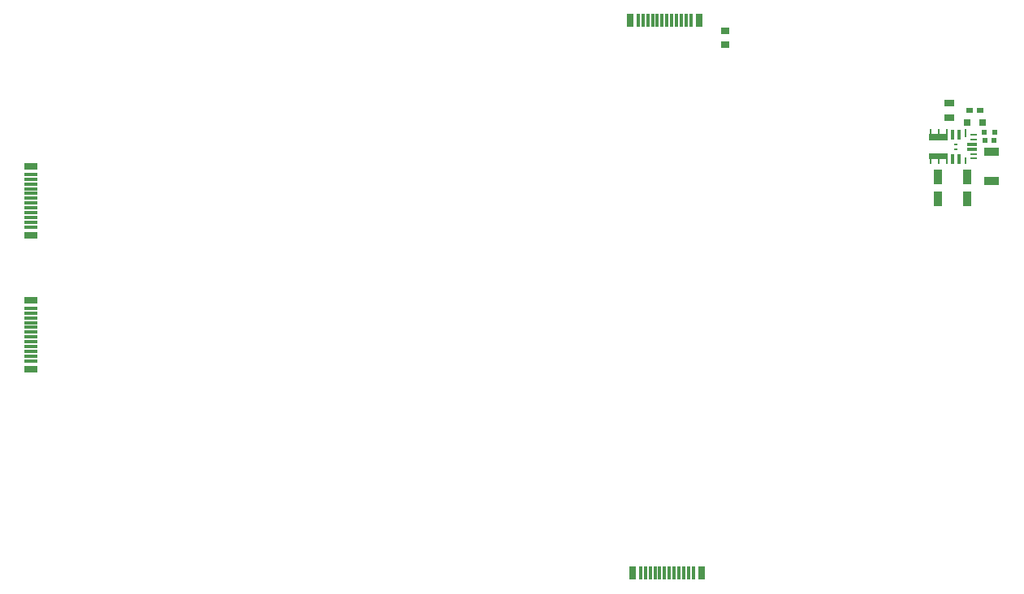
<source format=gbr>
G04 EAGLE Gerber RS-274X export*
G75*
%MOMM*%
%FSLAX34Y34*%
%LPD*%
%INSolderpaste Top*%
%IPPOS*%
%AMOC8*
5,1,8,0,0,1.08239X$1,22.5*%
G01*
%ADD10R,0.254000X0.812800*%
%ADD11R,0.304800X1.092200*%
%ADD12R,0.254000X0.508000*%
%ADD13R,0.254000X0.711200*%
%ADD14R,0.711200X0.254000*%
%ADD15R,1.092200X0.304800*%
%ADD16R,0.406400X0.254000*%
%ADD17R,0.855600X1.600000*%
%ADD18R,1.600000X0.855600*%
%ADD19R,0.660400X0.558800*%
%ADD20R,0.605600X0.500000*%
%ADD21R,0.508000X0.558800*%
%ADD22R,0.990600X0.711200*%
%ADD23R,0.755600X0.799997*%
%ADD24R,0.900000X0.650000*%
%ADD25R,1.400000X0.300000*%
%ADD26R,1.400000X0.700000*%
%ADD27R,0.300000X1.400000*%
%ADD28R,0.700000X1.400000*%

G36*
X1062472Y523055D02*
X1062472Y523055D01*
X1062474Y523054D01*
X1062517Y523074D01*
X1062561Y523092D01*
X1062561Y523094D01*
X1062563Y523095D01*
X1062596Y523180D01*
X1062596Y529020D01*
X1062595Y529022D01*
X1062596Y529024D01*
X1062576Y529067D01*
X1062558Y529111D01*
X1062556Y529111D01*
X1062555Y529113D01*
X1062470Y529146D01*
X1042930Y529146D01*
X1042928Y529145D01*
X1042926Y529146D01*
X1042883Y529126D01*
X1042839Y529108D01*
X1042839Y529106D01*
X1042837Y529105D01*
X1042804Y529020D01*
X1042804Y523180D01*
X1042805Y523178D01*
X1042804Y523176D01*
X1042824Y523133D01*
X1042842Y523089D01*
X1042844Y523089D01*
X1042845Y523087D01*
X1042930Y523054D01*
X1062470Y523054D01*
X1062472Y523055D01*
G37*
G36*
X1062472Y503055D02*
X1062472Y503055D01*
X1062474Y503054D01*
X1062517Y503074D01*
X1062561Y503092D01*
X1062561Y503094D01*
X1062563Y503095D01*
X1062596Y503180D01*
X1062596Y509020D01*
X1062595Y509022D01*
X1062596Y509024D01*
X1062576Y509067D01*
X1062558Y509111D01*
X1062556Y509111D01*
X1062555Y509113D01*
X1062470Y509146D01*
X1042930Y509146D01*
X1042928Y509145D01*
X1042926Y509146D01*
X1042883Y509126D01*
X1042839Y509108D01*
X1042839Y509106D01*
X1042837Y509105D01*
X1042804Y509020D01*
X1042804Y503180D01*
X1042805Y503178D01*
X1042804Y503176D01*
X1042824Y503133D01*
X1042842Y503089D01*
X1042844Y503089D01*
X1042845Y503087D01*
X1042930Y503054D01*
X1062470Y503054D01*
X1062472Y503055D01*
G37*
D10*
X1080700Y530040D03*
D11*
X1074200Y528640D03*
X1067700Y528640D03*
D12*
X1061200Y531560D03*
X1052700Y531560D03*
X1044200Y531560D03*
X1044200Y500640D03*
X1052700Y500640D03*
X1061200Y500640D03*
D11*
X1067700Y503560D03*
X1074200Y503560D03*
D13*
X1080700Y501660D03*
D14*
X1089640Y503600D03*
X1089640Y508600D03*
D15*
X1087740Y513600D03*
X1087740Y518600D03*
D14*
X1089640Y523600D03*
X1089640Y528600D03*
D16*
X1070950Y518600D03*
X1070950Y513600D03*
D17*
X1083018Y461490D03*
X1052462Y461490D03*
X1083018Y484350D03*
X1052462Y484350D03*
D18*
X1108380Y511058D03*
X1108380Y480502D03*
D19*
X1085139Y554200D03*
X1096061Y554200D03*
D20*
X1100312Y531340D03*
X1111368Y531340D03*
D21*
X1101141Y522450D03*
X1110539Y522450D03*
D22*
X1063930Y546707D03*
X1063930Y561693D03*
D23*
X1082822Y541500D03*
X1098378Y541500D03*
D24*
X830000Y637250D03*
X830000Y622750D03*
D25*
X106680Y487240D03*
X106680Y482240D03*
X106680Y477240D03*
X106680Y472240D03*
X106680Y467240D03*
X106680Y462240D03*
X106680Y457240D03*
X106680Y452240D03*
X106680Y447240D03*
X106680Y442240D03*
X106680Y437240D03*
X106680Y432240D03*
D26*
X106680Y495740D03*
X106680Y423740D03*
D25*
X106680Y347540D03*
X106680Y342540D03*
X106680Y337540D03*
X106680Y332540D03*
X106680Y327540D03*
X106680Y322540D03*
X106680Y317540D03*
X106680Y312540D03*
X106680Y307540D03*
X106680Y302540D03*
X106680Y297540D03*
X106680Y292540D03*
D26*
X106680Y356040D03*
X106680Y284040D03*
D27*
X794580Y647700D03*
X789580Y647700D03*
X784580Y647700D03*
X779580Y647700D03*
X774580Y647700D03*
X769580Y647700D03*
X764580Y647700D03*
X759580Y647700D03*
X754580Y647700D03*
X749580Y647700D03*
X744580Y647700D03*
X739580Y647700D03*
D28*
X803080Y647700D03*
X731080Y647700D03*
D27*
X742120Y71120D03*
X747120Y71120D03*
X752120Y71120D03*
X757120Y71120D03*
X762120Y71120D03*
X767120Y71120D03*
X772120Y71120D03*
X777120Y71120D03*
X782120Y71120D03*
X787120Y71120D03*
X792120Y71120D03*
X797120Y71120D03*
D28*
X733620Y71120D03*
X805620Y71120D03*
M02*

</source>
